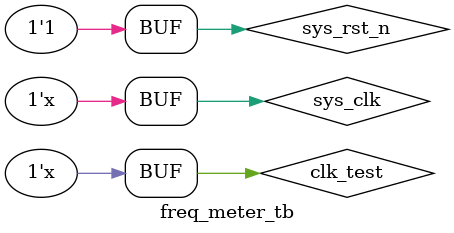
<source format=v>
`timescale 1ns / 1ns

module freq_meter_tb;

reg sys_clk;
reg sys_rst_n;
reg clk_test;

wire [31:0] freq;



// 重置
initial begin
    sys_clk = 0;
    sys_rst_n <= 0;
    #20; // 等待足够的时间以稳定系统
    sys_rst_n <= 1;
    clk_test =1;
end

// 时钟生成
always #10 sys_clk = ~sys_clk;


// 待测信号生成
always #50 clk_test = ~clk_test;

defparam freq_meter.freq_meter_calc_1.CNT_GATE_S_MAX = 749;
defparam freq_meter.freq_meter_calc_1.CNT_RISE_MAX = 124;

// 实例化被测模块
freq_meter freq_meter (
    .sys_clk(sys_clk),
    .sys_rst_n(sys_rst_n),
    .clk_test(clk_test),
    .freq(freq)
);
endmodule


</source>
